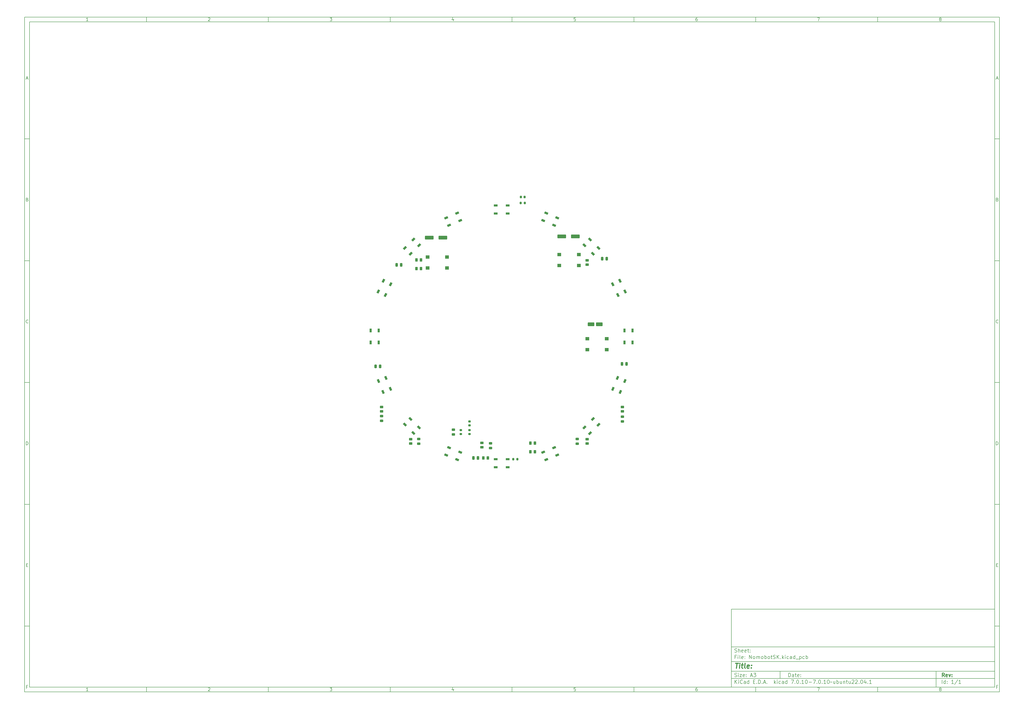
<source format=gbr>
%TF.GenerationSoftware,KiCad,Pcbnew,7.0.10-7.0.10~ubuntu22.04.1*%
%TF.CreationDate,2024-02-07T11:44:01+07:00*%
%TF.ProjectId,NomobotSK,4e6f6d6f-626f-4745-934b-2e6b69636164,rev?*%
%TF.SameCoordinates,Original*%
%TF.FileFunction,Paste,Top*%
%TF.FilePolarity,Positive*%
%FSLAX46Y46*%
G04 Gerber Fmt 4.6, Leading zero omitted, Abs format (unit mm)*
G04 Created by KiCad (PCBNEW 7.0.10-7.0.10~ubuntu22.04.1) date 2024-02-07 11:44:01*
%MOMM*%
%LPD*%
G01*
G04 APERTURE LIST*
G04 Aperture macros list*
%AMRoundRect*
0 Rectangle with rounded corners*
0 $1 Rounding radius*
0 $2 $3 $4 $5 $6 $7 $8 $9 X,Y pos of 4 corners*
0 Add a 4 corners polygon primitive as box body*
4,1,4,$2,$3,$4,$5,$6,$7,$8,$9,$2,$3,0*
0 Add four circle primitives for the rounded corners*
1,1,$1+$1,$2,$3*
1,1,$1+$1,$4,$5*
1,1,$1+$1,$6,$7*
1,1,$1+$1,$8,$9*
0 Add four rect primitives between the rounded corners*
20,1,$1+$1,$2,$3,$4,$5,0*
20,1,$1+$1,$4,$5,$6,$7,0*
20,1,$1+$1,$6,$7,$8,$9,0*
20,1,$1+$1,$8,$9,$2,$3,0*%
%AMRotRect*
0 Rectangle, with rotation*
0 The origin of the aperture is its center*
0 $1 length*
0 $2 width*
0 $3 Rotation angle, in degrees counterclockwise*
0 Add horizontal line*
21,1,$1,$2,0,0,$3*%
G04 Aperture macros list end*
%ADD10C,0.100000*%
%ADD11C,0.150000*%
%ADD12C,0.300000*%
%ADD13C,0.400000*%
%ADD14RoundRect,0.243750X0.456250X-0.243750X0.456250X0.243750X-0.456250X0.243750X-0.456250X-0.243750X0*%
%ADD15RoundRect,0.200000X-0.275000X0.200000X-0.275000X-0.200000X0.275000X-0.200000X0.275000X0.200000X0*%
%ADD16RotRect,1.500000X0.900000X202.500000*%
%ADD17RotRect,1.500000X0.900000X67.500000*%
%ADD18R,1.600000X1.400000*%
%ADD19RotRect,1.500000X0.900000X157.500000*%
%ADD20RoundRect,0.250000X-0.262500X-0.450000X0.262500X-0.450000X0.262500X0.450000X-0.262500X0.450000X0*%
%ADD21R,1.500000X0.900000*%
%ADD22RoundRect,0.250000X1.075000X0.550000X-1.075000X0.550000X-1.075000X-0.550000X1.075000X-0.550000X0*%
%ADD23RoundRect,0.243750X-0.456250X0.243750X-0.456250X-0.243750X0.456250X-0.243750X0.456250X0.243750X0*%
%ADD24RotRect,1.500000X0.900000X115.500000*%
%ADD25RoundRect,0.250000X1.500000X0.550000X-1.500000X0.550000X-1.500000X-0.550000X1.500000X-0.550000X0*%
%ADD26RoundRect,0.250000X0.262500X0.450000X-0.262500X0.450000X-0.262500X-0.450000X0.262500X-0.450000X0*%
%ADD27RoundRect,0.225000X-0.225000X-0.250000X0.225000X-0.250000X0.225000X0.250000X-0.225000X0.250000X0*%
%ADD28RoundRect,0.250000X0.250000X0.475000X-0.250000X0.475000X-0.250000X-0.475000X0.250000X-0.475000X0*%
%ADD29RotRect,1.500000X0.900000X292.500000*%
%ADD30RoundRect,0.250000X0.450000X-0.262500X0.450000X0.262500X-0.450000X0.262500X-0.450000X-0.262500X0*%
%ADD31R,0.900000X1.500000*%
%ADD32RoundRect,0.200000X0.200000X0.275000X-0.200000X0.275000X-0.200000X-0.275000X0.200000X-0.275000X0*%
%ADD33RoundRect,0.200000X-0.200000X-0.275000X0.200000X-0.275000X0.200000X0.275000X-0.200000X0.275000X0*%
%ADD34RoundRect,0.218750X0.256250X-0.218750X0.256250X0.218750X-0.256250X0.218750X-0.256250X-0.218750X0*%
%ADD35RoundRect,0.250000X-0.250000X-0.475000X0.250000X-0.475000X0.250000X0.475000X-0.250000X0.475000X0*%
%ADD36RotRect,1.500000X0.900000X225.000000*%
%ADD37RotRect,1.500000X0.900000X315.000000*%
%ADD38RotRect,1.500000X0.900000X337.500000*%
%ADD39RoundRect,0.250000X-0.450000X0.262500X-0.450000X-0.262500X0.450000X-0.262500X0.450000X0.262500X0*%
%ADD40RotRect,1.500000X0.900000X244.500000*%
%ADD41RotRect,1.500000X0.900000X135.000000*%
%ADD42RotRect,1.500000X0.900000X45.000000*%
%ADD43RotRect,1.500000X0.900000X22.500000*%
%ADD44RoundRect,0.250000X-1.500000X-0.550000X1.500000X-0.550000X1.500000X0.550000X-1.500000X0.550000X0*%
G04 APERTURE END LIST*
D10*
D11*
X299989000Y-253002200D02*
X407989000Y-253002200D01*
X407989000Y-285002200D01*
X299989000Y-285002200D01*
X299989000Y-253002200D01*
D10*
D11*
X10000000Y-10000000D02*
X409989000Y-10000000D01*
X409989000Y-287002200D01*
X10000000Y-287002200D01*
X10000000Y-10000000D01*
D10*
D11*
X12000000Y-12000000D02*
X407989000Y-12000000D01*
X407989000Y-285002200D01*
X12000000Y-285002200D01*
X12000000Y-12000000D01*
D10*
D11*
X60000000Y-12000000D02*
X60000000Y-10000000D01*
D10*
D11*
X110000000Y-12000000D02*
X110000000Y-10000000D01*
D10*
D11*
X160000000Y-12000000D02*
X160000000Y-10000000D01*
D10*
D11*
X210000000Y-12000000D02*
X210000000Y-10000000D01*
D10*
D11*
X260000000Y-12000000D02*
X260000000Y-10000000D01*
D10*
D11*
X310000000Y-12000000D02*
X310000000Y-10000000D01*
D10*
D11*
X360000000Y-12000000D02*
X360000000Y-10000000D01*
D10*
D11*
X36089160Y-11593604D02*
X35346303Y-11593604D01*
X35717731Y-11593604D02*
X35717731Y-10293604D01*
X35717731Y-10293604D02*
X35593922Y-10479319D01*
X35593922Y-10479319D02*
X35470112Y-10603128D01*
X35470112Y-10603128D02*
X35346303Y-10665033D01*
D10*
D11*
X85346303Y-10417414D02*
X85408207Y-10355509D01*
X85408207Y-10355509D02*
X85532017Y-10293604D01*
X85532017Y-10293604D02*
X85841541Y-10293604D01*
X85841541Y-10293604D02*
X85965350Y-10355509D01*
X85965350Y-10355509D02*
X86027255Y-10417414D01*
X86027255Y-10417414D02*
X86089160Y-10541223D01*
X86089160Y-10541223D02*
X86089160Y-10665033D01*
X86089160Y-10665033D02*
X86027255Y-10850747D01*
X86027255Y-10850747D02*
X85284398Y-11593604D01*
X85284398Y-11593604D02*
X86089160Y-11593604D01*
D10*
D11*
X135284398Y-10293604D02*
X136089160Y-10293604D01*
X136089160Y-10293604D02*
X135655826Y-10788842D01*
X135655826Y-10788842D02*
X135841541Y-10788842D01*
X135841541Y-10788842D02*
X135965350Y-10850747D01*
X135965350Y-10850747D02*
X136027255Y-10912652D01*
X136027255Y-10912652D02*
X136089160Y-11036461D01*
X136089160Y-11036461D02*
X136089160Y-11345985D01*
X136089160Y-11345985D02*
X136027255Y-11469795D01*
X136027255Y-11469795D02*
X135965350Y-11531700D01*
X135965350Y-11531700D02*
X135841541Y-11593604D01*
X135841541Y-11593604D02*
X135470112Y-11593604D01*
X135470112Y-11593604D02*
X135346303Y-11531700D01*
X135346303Y-11531700D02*
X135284398Y-11469795D01*
D10*
D11*
X185965350Y-10726938D02*
X185965350Y-11593604D01*
X185655826Y-10231700D02*
X185346303Y-11160271D01*
X185346303Y-11160271D02*
X186151064Y-11160271D01*
D10*
D11*
X236027255Y-10293604D02*
X235408207Y-10293604D01*
X235408207Y-10293604D02*
X235346303Y-10912652D01*
X235346303Y-10912652D02*
X235408207Y-10850747D01*
X235408207Y-10850747D02*
X235532017Y-10788842D01*
X235532017Y-10788842D02*
X235841541Y-10788842D01*
X235841541Y-10788842D02*
X235965350Y-10850747D01*
X235965350Y-10850747D02*
X236027255Y-10912652D01*
X236027255Y-10912652D02*
X236089160Y-11036461D01*
X236089160Y-11036461D02*
X236089160Y-11345985D01*
X236089160Y-11345985D02*
X236027255Y-11469795D01*
X236027255Y-11469795D02*
X235965350Y-11531700D01*
X235965350Y-11531700D02*
X235841541Y-11593604D01*
X235841541Y-11593604D02*
X235532017Y-11593604D01*
X235532017Y-11593604D02*
X235408207Y-11531700D01*
X235408207Y-11531700D02*
X235346303Y-11469795D01*
D10*
D11*
X285965350Y-10293604D02*
X285717731Y-10293604D01*
X285717731Y-10293604D02*
X285593922Y-10355509D01*
X285593922Y-10355509D02*
X285532017Y-10417414D01*
X285532017Y-10417414D02*
X285408207Y-10603128D01*
X285408207Y-10603128D02*
X285346303Y-10850747D01*
X285346303Y-10850747D02*
X285346303Y-11345985D01*
X285346303Y-11345985D02*
X285408207Y-11469795D01*
X285408207Y-11469795D02*
X285470112Y-11531700D01*
X285470112Y-11531700D02*
X285593922Y-11593604D01*
X285593922Y-11593604D02*
X285841541Y-11593604D01*
X285841541Y-11593604D02*
X285965350Y-11531700D01*
X285965350Y-11531700D02*
X286027255Y-11469795D01*
X286027255Y-11469795D02*
X286089160Y-11345985D01*
X286089160Y-11345985D02*
X286089160Y-11036461D01*
X286089160Y-11036461D02*
X286027255Y-10912652D01*
X286027255Y-10912652D02*
X285965350Y-10850747D01*
X285965350Y-10850747D02*
X285841541Y-10788842D01*
X285841541Y-10788842D02*
X285593922Y-10788842D01*
X285593922Y-10788842D02*
X285470112Y-10850747D01*
X285470112Y-10850747D02*
X285408207Y-10912652D01*
X285408207Y-10912652D02*
X285346303Y-11036461D01*
D10*
D11*
X335284398Y-10293604D02*
X336151064Y-10293604D01*
X336151064Y-10293604D02*
X335593922Y-11593604D01*
D10*
D11*
X385593922Y-10850747D02*
X385470112Y-10788842D01*
X385470112Y-10788842D02*
X385408207Y-10726938D01*
X385408207Y-10726938D02*
X385346303Y-10603128D01*
X385346303Y-10603128D02*
X385346303Y-10541223D01*
X385346303Y-10541223D02*
X385408207Y-10417414D01*
X385408207Y-10417414D02*
X385470112Y-10355509D01*
X385470112Y-10355509D02*
X385593922Y-10293604D01*
X385593922Y-10293604D02*
X385841541Y-10293604D01*
X385841541Y-10293604D02*
X385965350Y-10355509D01*
X385965350Y-10355509D02*
X386027255Y-10417414D01*
X386027255Y-10417414D02*
X386089160Y-10541223D01*
X386089160Y-10541223D02*
X386089160Y-10603128D01*
X386089160Y-10603128D02*
X386027255Y-10726938D01*
X386027255Y-10726938D02*
X385965350Y-10788842D01*
X385965350Y-10788842D02*
X385841541Y-10850747D01*
X385841541Y-10850747D02*
X385593922Y-10850747D01*
X385593922Y-10850747D02*
X385470112Y-10912652D01*
X385470112Y-10912652D02*
X385408207Y-10974557D01*
X385408207Y-10974557D02*
X385346303Y-11098366D01*
X385346303Y-11098366D02*
X385346303Y-11345985D01*
X385346303Y-11345985D02*
X385408207Y-11469795D01*
X385408207Y-11469795D02*
X385470112Y-11531700D01*
X385470112Y-11531700D02*
X385593922Y-11593604D01*
X385593922Y-11593604D02*
X385841541Y-11593604D01*
X385841541Y-11593604D02*
X385965350Y-11531700D01*
X385965350Y-11531700D02*
X386027255Y-11469795D01*
X386027255Y-11469795D02*
X386089160Y-11345985D01*
X386089160Y-11345985D02*
X386089160Y-11098366D01*
X386089160Y-11098366D02*
X386027255Y-10974557D01*
X386027255Y-10974557D02*
X385965350Y-10912652D01*
X385965350Y-10912652D02*
X385841541Y-10850747D01*
D10*
D11*
X60000000Y-285002200D02*
X60000000Y-287002200D01*
D10*
D11*
X110000000Y-285002200D02*
X110000000Y-287002200D01*
D10*
D11*
X160000000Y-285002200D02*
X160000000Y-287002200D01*
D10*
D11*
X210000000Y-285002200D02*
X210000000Y-287002200D01*
D10*
D11*
X260000000Y-285002200D02*
X260000000Y-287002200D01*
D10*
D11*
X310000000Y-285002200D02*
X310000000Y-287002200D01*
D10*
D11*
X360000000Y-285002200D02*
X360000000Y-287002200D01*
D10*
D11*
X36089160Y-286595804D02*
X35346303Y-286595804D01*
X35717731Y-286595804D02*
X35717731Y-285295804D01*
X35717731Y-285295804D02*
X35593922Y-285481519D01*
X35593922Y-285481519D02*
X35470112Y-285605328D01*
X35470112Y-285605328D02*
X35346303Y-285667233D01*
D10*
D11*
X85346303Y-285419614D02*
X85408207Y-285357709D01*
X85408207Y-285357709D02*
X85532017Y-285295804D01*
X85532017Y-285295804D02*
X85841541Y-285295804D01*
X85841541Y-285295804D02*
X85965350Y-285357709D01*
X85965350Y-285357709D02*
X86027255Y-285419614D01*
X86027255Y-285419614D02*
X86089160Y-285543423D01*
X86089160Y-285543423D02*
X86089160Y-285667233D01*
X86089160Y-285667233D02*
X86027255Y-285852947D01*
X86027255Y-285852947D02*
X85284398Y-286595804D01*
X85284398Y-286595804D02*
X86089160Y-286595804D01*
D10*
D11*
X135284398Y-285295804D02*
X136089160Y-285295804D01*
X136089160Y-285295804D02*
X135655826Y-285791042D01*
X135655826Y-285791042D02*
X135841541Y-285791042D01*
X135841541Y-285791042D02*
X135965350Y-285852947D01*
X135965350Y-285852947D02*
X136027255Y-285914852D01*
X136027255Y-285914852D02*
X136089160Y-286038661D01*
X136089160Y-286038661D02*
X136089160Y-286348185D01*
X136089160Y-286348185D02*
X136027255Y-286471995D01*
X136027255Y-286471995D02*
X135965350Y-286533900D01*
X135965350Y-286533900D02*
X135841541Y-286595804D01*
X135841541Y-286595804D02*
X135470112Y-286595804D01*
X135470112Y-286595804D02*
X135346303Y-286533900D01*
X135346303Y-286533900D02*
X135284398Y-286471995D01*
D10*
D11*
X185965350Y-285729138D02*
X185965350Y-286595804D01*
X185655826Y-285233900D02*
X185346303Y-286162471D01*
X185346303Y-286162471D02*
X186151064Y-286162471D01*
D10*
D11*
X236027255Y-285295804D02*
X235408207Y-285295804D01*
X235408207Y-285295804D02*
X235346303Y-285914852D01*
X235346303Y-285914852D02*
X235408207Y-285852947D01*
X235408207Y-285852947D02*
X235532017Y-285791042D01*
X235532017Y-285791042D02*
X235841541Y-285791042D01*
X235841541Y-285791042D02*
X235965350Y-285852947D01*
X235965350Y-285852947D02*
X236027255Y-285914852D01*
X236027255Y-285914852D02*
X236089160Y-286038661D01*
X236089160Y-286038661D02*
X236089160Y-286348185D01*
X236089160Y-286348185D02*
X236027255Y-286471995D01*
X236027255Y-286471995D02*
X235965350Y-286533900D01*
X235965350Y-286533900D02*
X235841541Y-286595804D01*
X235841541Y-286595804D02*
X235532017Y-286595804D01*
X235532017Y-286595804D02*
X235408207Y-286533900D01*
X235408207Y-286533900D02*
X235346303Y-286471995D01*
D10*
D11*
X285965350Y-285295804D02*
X285717731Y-285295804D01*
X285717731Y-285295804D02*
X285593922Y-285357709D01*
X285593922Y-285357709D02*
X285532017Y-285419614D01*
X285532017Y-285419614D02*
X285408207Y-285605328D01*
X285408207Y-285605328D02*
X285346303Y-285852947D01*
X285346303Y-285852947D02*
X285346303Y-286348185D01*
X285346303Y-286348185D02*
X285408207Y-286471995D01*
X285408207Y-286471995D02*
X285470112Y-286533900D01*
X285470112Y-286533900D02*
X285593922Y-286595804D01*
X285593922Y-286595804D02*
X285841541Y-286595804D01*
X285841541Y-286595804D02*
X285965350Y-286533900D01*
X285965350Y-286533900D02*
X286027255Y-286471995D01*
X286027255Y-286471995D02*
X286089160Y-286348185D01*
X286089160Y-286348185D02*
X286089160Y-286038661D01*
X286089160Y-286038661D02*
X286027255Y-285914852D01*
X286027255Y-285914852D02*
X285965350Y-285852947D01*
X285965350Y-285852947D02*
X285841541Y-285791042D01*
X285841541Y-285791042D02*
X285593922Y-285791042D01*
X285593922Y-285791042D02*
X285470112Y-285852947D01*
X285470112Y-285852947D02*
X285408207Y-285914852D01*
X285408207Y-285914852D02*
X285346303Y-286038661D01*
D10*
D11*
X335284398Y-285295804D02*
X336151064Y-285295804D01*
X336151064Y-285295804D02*
X335593922Y-286595804D01*
D10*
D11*
X385593922Y-285852947D02*
X385470112Y-285791042D01*
X385470112Y-285791042D02*
X385408207Y-285729138D01*
X385408207Y-285729138D02*
X385346303Y-285605328D01*
X385346303Y-285605328D02*
X385346303Y-285543423D01*
X385346303Y-285543423D02*
X385408207Y-285419614D01*
X385408207Y-285419614D02*
X385470112Y-285357709D01*
X385470112Y-285357709D02*
X385593922Y-285295804D01*
X385593922Y-285295804D02*
X385841541Y-285295804D01*
X385841541Y-285295804D02*
X385965350Y-285357709D01*
X385965350Y-285357709D02*
X386027255Y-285419614D01*
X386027255Y-285419614D02*
X386089160Y-285543423D01*
X386089160Y-285543423D02*
X386089160Y-285605328D01*
X386089160Y-285605328D02*
X386027255Y-285729138D01*
X386027255Y-285729138D02*
X385965350Y-285791042D01*
X385965350Y-285791042D02*
X385841541Y-285852947D01*
X385841541Y-285852947D02*
X385593922Y-285852947D01*
X385593922Y-285852947D02*
X385470112Y-285914852D01*
X385470112Y-285914852D02*
X385408207Y-285976757D01*
X385408207Y-285976757D02*
X385346303Y-286100566D01*
X385346303Y-286100566D02*
X385346303Y-286348185D01*
X385346303Y-286348185D02*
X385408207Y-286471995D01*
X385408207Y-286471995D02*
X385470112Y-286533900D01*
X385470112Y-286533900D02*
X385593922Y-286595804D01*
X385593922Y-286595804D02*
X385841541Y-286595804D01*
X385841541Y-286595804D02*
X385965350Y-286533900D01*
X385965350Y-286533900D02*
X386027255Y-286471995D01*
X386027255Y-286471995D02*
X386089160Y-286348185D01*
X386089160Y-286348185D02*
X386089160Y-286100566D01*
X386089160Y-286100566D02*
X386027255Y-285976757D01*
X386027255Y-285976757D02*
X385965350Y-285914852D01*
X385965350Y-285914852D02*
X385841541Y-285852947D01*
D10*
D11*
X10000000Y-60000000D02*
X12000000Y-60000000D01*
D10*
D11*
X10000000Y-110000000D02*
X12000000Y-110000000D01*
D10*
D11*
X10000000Y-160000000D02*
X12000000Y-160000000D01*
D10*
D11*
X10000000Y-210000000D02*
X12000000Y-210000000D01*
D10*
D11*
X10000000Y-260000000D02*
X12000000Y-260000000D01*
D10*
D11*
X10690476Y-35222176D02*
X11309523Y-35222176D01*
X10566666Y-35593604D02*
X10999999Y-34293604D01*
X10999999Y-34293604D02*
X11433333Y-35593604D01*
D10*
D11*
X11092857Y-84912652D02*
X11278571Y-84974557D01*
X11278571Y-84974557D02*
X11340476Y-85036461D01*
X11340476Y-85036461D02*
X11402380Y-85160271D01*
X11402380Y-85160271D02*
X11402380Y-85345985D01*
X11402380Y-85345985D02*
X11340476Y-85469795D01*
X11340476Y-85469795D02*
X11278571Y-85531700D01*
X11278571Y-85531700D02*
X11154761Y-85593604D01*
X11154761Y-85593604D02*
X10659523Y-85593604D01*
X10659523Y-85593604D02*
X10659523Y-84293604D01*
X10659523Y-84293604D02*
X11092857Y-84293604D01*
X11092857Y-84293604D02*
X11216666Y-84355509D01*
X11216666Y-84355509D02*
X11278571Y-84417414D01*
X11278571Y-84417414D02*
X11340476Y-84541223D01*
X11340476Y-84541223D02*
X11340476Y-84665033D01*
X11340476Y-84665033D02*
X11278571Y-84788842D01*
X11278571Y-84788842D02*
X11216666Y-84850747D01*
X11216666Y-84850747D02*
X11092857Y-84912652D01*
X11092857Y-84912652D02*
X10659523Y-84912652D01*
D10*
D11*
X11402380Y-135469795D02*
X11340476Y-135531700D01*
X11340476Y-135531700D02*
X11154761Y-135593604D01*
X11154761Y-135593604D02*
X11030952Y-135593604D01*
X11030952Y-135593604D02*
X10845238Y-135531700D01*
X10845238Y-135531700D02*
X10721428Y-135407890D01*
X10721428Y-135407890D02*
X10659523Y-135284080D01*
X10659523Y-135284080D02*
X10597619Y-135036461D01*
X10597619Y-135036461D02*
X10597619Y-134850747D01*
X10597619Y-134850747D02*
X10659523Y-134603128D01*
X10659523Y-134603128D02*
X10721428Y-134479319D01*
X10721428Y-134479319D02*
X10845238Y-134355509D01*
X10845238Y-134355509D02*
X11030952Y-134293604D01*
X11030952Y-134293604D02*
X11154761Y-134293604D01*
X11154761Y-134293604D02*
X11340476Y-134355509D01*
X11340476Y-134355509D02*
X11402380Y-134417414D01*
D10*
D11*
X10659523Y-185593604D02*
X10659523Y-184293604D01*
X10659523Y-184293604D02*
X10969047Y-184293604D01*
X10969047Y-184293604D02*
X11154761Y-184355509D01*
X11154761Y-184355509D02*
X11278571Y-184479319D01*
X11278571Y-184479319D02*
X11340476Y-184603128D01*
X11340476Y-184603128D02*
X11402380Y-184850747D01*
X11402380Y-184850747D02*
X11402380Y-185036461D01*
X11402380Y-185036461D02*
X11340476Y-185284080D01*
X11340476Y-185284080D02*
X11278571Y-185407890D01*
X11278571Y-185407890D02*
X11154761Y-185531700D01*
X11154761Y-185531700D02*
X10969047Y-185593604D01*
X10969047Y-185593604D02*
X10659523Y-185593604D01*
D10*
D11*
X10721428Y-234912652D02*
X11154762Y-234912652D01*
X11340476Y-235593604D02*
X10721428Y-235593604D01*
X10721428Y-235593604D02*
X10721428Y-234293604D01*
X10721428Y-234293604D02*
X11340476Y-234293604D01*
D10*
D11*
X11185714Y-284912652D02*
X10752380Y-284912652D01*
X10752380Y-285593604D02*
X10752380Y-284293604D01*
X10752380Y-284293604D02*
X11371428Y-284293604D01*
D10*
D11*
X409989000Y-60000000D02*
X407989000Y-60000000D01*
D10*
D11*
X409989000Y-110000000D02*
X407989000Y-110000000D01*
D10*
D11*
X409989000Y-160000000D02*
X407989000Y-160000000D01*
D10*
D11*
X409989000Y-210000000D02*
X407989000Y-210000000D01*
D10*
D11*
X409989000Y-260000000D02*
X407989000Y-260000000D01*
D10*
D11*
X408679476Y-35222176D02*
X409298523Y-35222176D01*
X408555666Y-35593604D02*
X408988999Y-34293604D01*
X408988999Y-34293604D02*
X409422333Y-35593604D01*
D10*
D11*
X409081857Y-84912652D02*
X409267571Y-84974557D01*
X409267571Y-84974557D02*
X409329476Y-85036461D01*
X409329476Y-85036461D02*
X409391380Y-85160271D01*
X409391380Y-85160271D02*
X409391380Y-85345985D01*
X409391380Y-85345985D02*
X409329476Y-85469795D01*
X409329476Y-85469795D02*
X409267571Y-85531700D01*
X409267571Y-85531700D02*
X409143761Y-85593604D01*
X409143761Y-85593604D02*
X408648523Y-85593604D01*
X408648523Y-85593604D02*
X408648523Y-84293604D01*
X408648523Y-84293604D02*
X409081857Y-84293604D01*
X409081857Y-84293604D02*
X409205666Y-84355509D01*
X409205666Y-84355509D02*
X409267571Y-84417414D01*
X409267571Y-84417414D02*
X409329476Y-84541223D01*
X409329476Y-84541223D02*
X409329476Y-84665033D01*
X409329476Y-84665033D02*
X409267571Y-84788842D01*
X409267571Y-84788842D02*
X409205666Y-84850747D01*
X409205666Y-84850747D02*
X409081857Y-84912652D01*
X409081857Y-84912652D02*
X408648523Y-84912652D01*
D10*
D11*
X409391380Y-135469795D02*
X409329476Y-135531700D01*
X409329476Y-135531700D02*
X409143761Y-135593604D01*
X409143761Y-135593604D02*
X409019952Y-135593604D01*
X409019952Y-135593604D02*
X408834238Y-135531700D01*
X408834238Y-135531700D02*
X408710428Y-135407890D01*
X408710428Y-135407890D02*
X408648523Y-135284080D01*
X408648523Y-135284080D02*
X408586619Y-135036461D01*
X408586619Y-135036461D02*
X408586619Y-134850747D01*
X408586619Y-134850747D02*
X408648523Y-134603128D01*
X408648523Y-134603128D02*
X408710428Y-134479319D01*
X408710428Y-134479319D02*
X408834238Y-134355509D01*
X408834238Y-134355509D02*
X409019952Y-134293604D01*
X409019952Y-134293604D02*
X409143761Y-134293604D01*
X409143761Y-134293604D02*
X409329476Y-134355509D01*
X409329476Y-134355509D02*
X409391380Y-134417414D01*
D10*
D11*
X408648523Y-185593604D02*
X408648523Y-184293604D01*
X408648523Y-184293604D02*
X408958047Y-184293604D01*
X408958047Y-184293604D02*
X409143761Y-184355509D01*
X409143761Y-184355509D02*
X409267571Y-184479319D01*
X409267571Y-184479319D02*
X409329476Y-184603128D01*
X409329476Y-184603128D02*
X409391380Y-184850747D01*
X409391380Y-184850747D02*
X409391380Y-185036461D01*
X409391380Y-185036461D02*
X409329476Y-185284080D01*
X409329476Y-185284080D02*
X409267571Y-185407890D01*
X409267571Y-185407890D02*
X409143761Y-185531700D01*
X409143761Y-185531700D02*
X408958047Y-185593604D01*
X408958047Y-185593604D02*
X408648523Y-185593604D01*
D10*
D11*
X408710428Y-234912652D02*
X409143762Y-234912652D01*
X409329476Y-235593604D02*
X408710428Y-235593604D01*
X408710428Y-235593604D02*
X408710428Y-234293604D01*
X408710428Y-234293604D02*
X409329476Y-234293604D01*
D10*
D11*
X409174714Y-284912652D02*
X408741380Y-284912652D01*
X408741380Y-285593604D02*
X408741380Y-284293604D01*
X408741380Y-284293604D02*
X409360428Y-284293604D01*
D10*
D11*
X323444826Y-280788328D02*
X323444826Y-279288328D01*
X323444826Y-279288328D02*
X323801969Y-279288328D01*
X323801969Y-279288328D02*
X324016255Y-279359757D01*
X324016255Y-279359757D02*
X324159112Y-279502614D01*
X324159112Y-279502614D02*
X324230541Y-279645471D01*
X324230541Y-279645471D02*
X324301969Y-279931185D01*
X324301969Y-279931185D02*
X324301969Y-280145471D01*
X324301969Y-280145471D02*
X324230541Y-280431185D01*
X324230541Y-280431185D02*
X324159112Y-280574042D01*
X324159112Y-280574042D02*
X324016255Y-280716900D01*
X324016255Y-280716900D02*
X323801969Y-280788328D01*
X323801969Y-280788328D02*
X323444826Y-280788328D01*
X325587684Y-280788328D02*
X325587684Y-280002614D01*
X325587684Y-280002614D02*
X325516255Y-279859757D01*
X325516255Y-279859757D02*
X325373398Y-279788328D01*
X325373398Y-279788328D02*
X325087684Y-279788328D01*
X325087684Y-279788328D02*
X324944826Y-279859757D01*
X325587684Y-280716900D02*
X325444826Y-280788328D01*
X325444826Y-280788328D02*
X325087684Y-280788328D01*
X325087684Y-280788328D02*
X324944826Y-280716900D01*
X324944826Y-280716900D02*
X324873398Y-280574042D01*
X324873398Y-280574042D02*
X324873398Y-280431185D01*
X324873398Y-280431185D02*
X324944826Y-280288328D01*
X324944826Y-280288328D02*
X325087684Y-280216900D01*
X325087684Y-280216900D02*
X325444826Y-280216900D01*
X325444826Y-280216900D02*
X325587684Y-280145471D01*
X326087684Y-279788328D02*
X326659112Y-279788328D01*
X326301969Y-279288328D02*
X326301969Y-280574042D01*
X326301969Y-280574042D02*
X326373398Y-280716900D01*
X326373398Y-280716900D02*
X326516255Y-280788328D01*
X326516255Y-280788328D02*
X326659112Y-280788328D01*
X327730541Y-280716900D02*
X327587684Y-280788328D01*
X327587684Y-280788328D02*
X327301970Y-280788328D01*
X327301970Y-280788328D02*
X327159112Y-280716900D01*
X327159112Y-280716900D02*
X327087684Y-280574042D01*
X327087684Y-280574042D02*
X327087684Y-280002614D01*
X327087684Y-280002614D02*
X327159112Y-279859757D01*
X327159112Y-279859757D02*
X327301970Y-279788328D01*
X327301970Y-279788328D02*
X327587684Y-279788328D01*
X327587684Y-279788328D02*
X327730541Y-279859757D01*
X327730541Y-279859757D02*
X327801970Y-280002614D01*
X327801970Y-280002614D02*
X327801970Y-280145471D01*
X327801970Y-280145471D02*
X327087684Y-280288328D01*
X328444826Y-280645471D02*
X328516255Y-280716900D01*
X328516255Y-280716900D02*
X328444826Y-280788328D01*
X328444826Y-280788328D02*
X328373398Y-280716900D01*
X328373398Y-280716900D02*
X328444826Y-280645471D01*
X328444826Y-280645471D02*
X328444826Y-280788328D01*
X328444826Y-279859757D02*
X328516255Y-279931185D01*
X328516255Y-279931185D02*
X328444826Y-280002614D01*
X328444826Y-280002614D02*
X328373398Y-279931185D01*
X328373398Y-279931185D02*
X328444826Y-279859757D01*
X328444826Y-279859757D02*
X328444826Y-280002614D01*
D10*
D11*
X299989000Y-281502200D02*
X407989000Y-281502200D01*
D10*
D11*
X301444826Y-283588328D02*
X301444826Y-282088328D01*
X302301969Y-283588328D02*
X301659112Y-282731185D01*
X302301969Y-282088328D02*
X301444826Y-282945471D01*
X302944826Y-283588328D02*
X302944826Y-282588328D01*
X302944826Y-282088328D02*
X302873398Y-282159757D01*
X302873398Y-282159757D02*
X302944826Y-282231185D01*
X302944826Y-282231185D02*
X303016255Y-282159757D01*
X303016255Y-282159757D02*
X302944826Y-282088328D01*
X302944826Y-282088328D02*
X302944826Y-282231185D01*
X304516255Y-283445471D02*
X304444827Y-283516900D01*
X304444827Y-283516900D02*
X304230541Y-283588328D01*
X304230541Y-283588328D02*
X304087684Y-283588328D01*
X304087684Y-283588328D02*
X303873398Y-283516900D01*
X303873398Y-283516900D02*
X303730541Y-283374042D01*
X303730541Y-283374042D02*
X303659112Y-283231185D01*
X303659112Y-283231185D02*
X303587684Y-282945471D01*
X303587684Y-282945471D02*
X303587684Y-282731185D01*
X303587684Y-282731185D02*
X303659112Y-282445471D01*
X303659112Y-282445471D02*
X303730541Y-282302614D01*
X303730541Y-282302614D02*
X303873398Y-282159757D01*
X303873398Y-282159757D02*
X304087684Y-282088328D01*
X304087684Y-282088328D02*
X304230541Y-282088328D01*
X304230541Y-282088328D02*
X304444827Y-282159757D01*
X304444827Y-282159757D02*
X304516255Y-282231185D01*
X305801970Y-283588328D02*
X305801970Y-282802614D01*
X305801970Y-282802614D02*
X305730541Y-282659757D01*
X305730541Y-282659757D02*
X305587684Y-282588328D01*
X305587684Y-282588328D02*
X305301970Y-282588328D01*
X305301970Y-282588328D02*
X305159112Y-282659757D01*
X305801970Y-283516900D02*
X305659112Y-283588328D01*
X305659112Y-283588328D02*
X305301970Y-283588328D01*
X305301970Y-283588328D02*
X305159112Y-283516900D01*
X305159112Y-283516900D02*
X305087684Y-283374042D01*
X305087684Y-283374042D02*
X305087684Y-283231185D01*
X305087684Y-283231185D02*
X305159112Y-283088328D01*
X305159112Y-283088328D02*
X305301970Y-283016900D01*
X305301970Y-283016900D02*
X305659112Y-283016900D01*
X305659112Y-283016900D02*
X305801970Y-282945471D01*
X307159113Y-283588328D02*
X307159113Y-282088328D01*
X307159113Y-283516900D02*
X307016255Y-283588328D01*
X307016255Y-283588328D02*
X306730541Y-283588328D01*
X306730541Y-283588328D02*
X306587684Y-283516900D01*
X306587684Y-283516900D02*
X306516255Y-283445471D01*
X306516255Y-283445471D02*
X306444827Y-283302614D01*
X306444827Y-283302614D02*
X306444827Y-282874042D01*
X306444827Y-282874042D02*
X306516255Y-282731185D01*
X306516255Y-282731185D02*
X306587684Y-282659757D01*
X306587684Y-282659757D02*
X306730541Y-282588328D01*
X306730541Y-282588328D02*
X307016255Y-282588328D01*
X307016255Y-282588328D02*
X307159113Y-282659757D01*
X309016255Y-282802614D02*
X309516255Y-282802614D01*
X309730541Y-283588328D02*
X309016255Y-283588328D01*
X309016255Y-283588328D02*
X309016255Y-282088328D01*
X309016255Y-282088328D02*
X309730541Y-282088328D01*
X310373398Y-283445471D02*
X310444827Y-283516900D01*
X310444827Y-283516900D02*
X310373398Y-283588328D01*
X310373398Y-283588328D02*
X310301970Y-283516900D01*
X310301970Y-283516900D02*
X310373398Y-283445471D01*
X310373398Y-283445471D02*
X310373398Y-283588328D01*
X311087684Y-283588328D02*
X311087684Y-282088328D01*
X311087684Y-282088328D02*
X311444827Y-282088328D01*
X311444827Y-282088328D02*
X311659113Y-282159757D01*
X311659113Y-282159757D02*
X311801970Y-282302614D01*
X311801970Y-282302614D02*
X311873399Y-282445471D01*
X311873399Y-282445471D02*
X311944827Y-282731185D01*
X311944827Y-282731185D02*
X311944827Y-282945471D01*
X311944827Y-282945471D02*
X311873399Y-283231185D01*
X311873399Y-283231185D02*
X311801970Y-283374042D01*
X311801970Y-283374042D02*
X311659113Y-283516900D01*
X311659113Y-283516900D02*
X311444827Y-283588328D01*
X311444827Y-283588328D02*
X311087684Y-283588328D01*
X312587684Y-283445471D02*
X312659113Y-283516900D01*
X312659113Y-283516900D02*
X312587684Y-283588328D01*
X312587684Y-283588328D02*
X312516256Y-283516900D01*
X312516256Y-283516900D02*
X312587684Y-283445471D01*
X312587684Y-283445471D02*
X312587684Y-283588328D01*
X313230542Y-283159757D02*
X313944828Y-283159757D01*
X313087685Y-283588328D02*
X313587685Y-282088328D01*
X313587685Y-282088328D02*
X314087685Y-283588328D01*
X314587684Y-283445471D02*
X314659113Y-283516900D01*
X314659113Y-283516900D02*
X314587684Y-283588328D01*
X314587684Y-283588328D02*
X314516256Y-283516900D01*
X314516256Y-283516900D02*
X314587684Y-283445471D01*
X314587684Y-283445471D02*
X314587684Y-283588328D01*
X317587684Y-283588328D02*
X317587684Y-282088328D01*
X317730542Y-283016900D02*
X318159113Y-283588328D01*
X318159113Y-282588328D02*
X317587684Y-283159757D01*
X318801970Y-283588328D02*
X318801970Y-282588328D01*
X318801970Y-282088328D02*
X318730542Y-282159757D01*
X318730542Y-282159757D02*
X318801970Y-282231185D01*
X318801970Y-282231185D02*
X318873399Y-282159757D01*
X318873399Y-282159757D02*
X318801970Y-282088328D01*
X318801970Y-282088328D02*
X318801970Y-282231185D01*
X320159114Y-283516900D02*
X320016256Y-283588328D01*
X320016256Y-283588328D02*
X319730542Y-283588328D01*
X319730542Y-283588328D02*
X319587685Y-283516900D01*
X319587685Y-283516900D02*
X319516256Y-283445471D01*
X319516256Y-283445471D02*
X319444828Y-283302614D01*
X319444828Y-283302614D02*
X319444828Y-282874042D01*
X319444828Y-282874042D02*
X319516256Y-282731185D01*
X319516256Y-282731185D02*
X319587685Y-282659757D01*
X319587685Y-282659757D02*
X319730542Y-282588328D01*
X319730542Y-282588328D02*
X320016256Y-282588328D01*
X320016256Y-282588328D02*
X320159114Y-282659757D01*
X321444828Y-283588328D02*
X321444828Y-282802614D01*
X321444828Y-282802614D02*
X321373399Y-282659757D01*
X321373399Y-282659757D02*
X321230542Y-282588328D01*
X321230542Y-282588328D02*
X320944828Y-282588328D01*
X320944828Y-282588328D02*
X320801970Y-282659757D01*
X321444828Y-283516900D02*
X321301970Y-283588328D01*
X321301970Y-283588328D02*
X320944828Y-283588328D01*
X320944828Y-283588328D02*
X320801970Y-283516900D01*
X320801970Y-283516900D02*
X320730542Y-283374042D01*
X320730542Y-283374042D02*
X320730542Y-283231185D01*
X320730542Y-283231185D02*
X320801970Y-283088328D01*
X320801970Y-283088328D02*
X320944828Y-283016900D01*
X320944828Y-283016900D02*
X321301970Y-283016900D01*
X321301970Y-283016900D02*
X321444828Y-282945471D01*
X322801971Y-283588328D02*
X322801971Y-282088328D01*
X322801971Y-283516900D02*
X322659113Y-283588328D01*
X322659113Y-283588328D02*
X322373399Y-283588328D01*
X322373399Y-283588328D02*
X322230542Y-283516900D01*
X322230542Y-283516900D02*
X322159113Y-283445471D01*
X322159113Y-283445471D02*
X322087685Y-283302614D01*
X322087685Y-283302614D02*
X322087685Y-282874042D01*
X322087685Y-282874042D02*
X322159113Y-282731185D01*
X322159113Y-282731185D02*
X322230542Y-282659757D01*
X322230542Y-282659757D02*
X322373399Y-282588328D01*
X322373399Y-282588328D02*
X322659113Y-282588328D01*
X322659113Y-282588328D02*
X322801971Y-282659757D01*
X324516256Y-282088328D02*
X325516256Y-282088328D01*
X325516256Y-282088328D02*
X324873399Y-283588328D01*
X326087684Y-283445471D02*
X326159113Y-283516900D01*
X326159113Y-283516900D02*
X326087684Y-283588328D01*
X326087684Y-283588328D02*
X326016256Y-283516900D01*
X326016256Y-283516900D02*
X326087684Y-283445471D01*
X326087684Y-283445471D02*
X326087684Y-283588328D01*
X327087685Y-282088328D02*
X327230542Y-282088328D01*
X327230542Y-282088328D02*
X327373399Y-282159757D01*
X327373399Y-282159757D02*
X327444828Y-282231185D01*
X327444828Y-282231185D02*
X327516256Y-282374042D01*
X327516256Y-282374042D02*
X327587685Y-282659757D01*
X327587685Y-282659757D02*
X327587685Y-283016900D01*
X327587685Y-283016900D02*
X327516256Y-283302614D01*
X327516256Y-283302614D02*
X327444828Y-283445471D01*
X327444828Y-283445471D02*
X327373399Y-283516900D01*
X327373399Y-283516900D02*
X327230542Y-283588328D01*
X327230542Y-283588328D02*
X327087685Y-283588328D01*
X327087685Y-283588328D02*
X326944828Y-283516900D01*
X326944828Y-283516900D02*
X326873399Y-283445471D01*
X326873399Y-283445471D02*
X326801970Y-283302614D01*
X326801970Y-283302614D02*
X326730542Y-283016900D01*
X326730542Y-283016900D02*
X326730542Y-282659757D01*
X326730542Y-282659757D02*
X326801970Y-282374042D01*
X326801970Y-282374042D02*
X326873399Y-282231185D01*
X326873399Y-282231185D02*
X326944828Y-282159757D01*
X326944828Y-282159757D02*
X327087685Y-282088328D01*
X328230541Y-283445471D02*
X328301970Y-283516900D01*
X328301970Y-283516900D02*
X328230541Y-283588328D01*
X328230541Y-283588328D02*
X328159113Y-283516900D01*
X328159113Y-283516900D02*
X328230541Y-283445471D01*
X328230541Y-283445471D02*
X328230541Y-283588328D01*
X329730542Y-283588328D02*
X328873399Y-283588328D01*
X329301970Y-283588328D02*
X329301970Y-282088328D01*
X329301970Y-282088328D02*
X329159113Y-282302614D01*
X329159113Y-282302614D02*
X329016256Y-282445471D01*
X329016256Y-282445471D02*
X328873399Y-282516900D01*
X330659113Y-282088328D02*
X330801970Y-282088328D01*
X330801970Y-282088328D02*
X330944827Y-282159757D01*
X330944827Y-282159757D02*
X331016256Y-282231185D01*
X331016256Y-282231185D02*
X331087684Y-282374042D01*
X331087684Y-282374042D02*
X331159113Y-282659757D01*
X331159113Y-282659757D02*
X331159113Y-283016900D01*
X331159113Y-283016900D02*
X331087684Y-283302614D01*
X331087684Y-283302614D02*
X331016256Y-283445471D01*
X331016256Y-283445471D02*
X330944827Y-283516900D01*
X330944827Y-283516900D02*
X330801970Y-283588328D01*
X330801970Y-283588328D02*
X330659113Y-283588328D01*
X330659113Y-283588328D02*
X330516256Y-283516900D01*
X330516256Y-283516900D02*
X330444827Y-283445471D01*
X330444827Y-283445471D02*
X330373398Y-283302614D01*
X330373398Y-283302614D02*
X330301970Y-283016900D01*
X330301970Y-283016900D02*
X330301970Y-282659757D01*
X330301970Y-282659757D02*
X330373398Y-282374042D01*
X330373398Y-282374042D02*
X330444827Y-282231185D01*
X330444827Y-282231185D02*
X330516256Y-282159757D01*
X330516256Y-282159757D02*
X330659113Y-282088328D01*
X331801969Y-283016900D02*
X332944827Y-283016900D01*
X333516255Y-282088328D02*
X334516255Y-282088328D01*
X334516255Y-282088328D02*
X333873398Y-283588328D01*
X335087683Y-283445471D02*
X335159112Y-283516900D01*
X335159112Y-283516900D02*
X335087683Y-283588328D01*
X335087683Y-283588328D02*
X335016255Y-283516900D01*
X335016255Y-283516900D02*
X335087683Y-283445471D01*
X335087683Y-283445471D02*
X335087683Y-283588328D01*
X336087684Y-282088328D02*
X336230541Y-282088328D01*
X336230541Y-282088328D02*
X336373398Y-282159757D01*
X336373398Y-282159757D02*
X336444827Y-282231185D01*
X336444827Y-282231185D02*
X336516255Y-282374042D01*
X336516255Y-282374042D02*
X336587684Y-282659757D01*
X336587684Y-282659757D02*
X336587684Y-283016900D01*
X336587684Y-283016900D02*
X336516255Y-283302614D01*
X336516255Y-283302614D02*
X336444827Y-283445471D01*
X336444827Y-283445471D02*
X336373398Y-283516900D01*
X336373398Y-283516900D02*
X336230541Y-283588328D01*
X336230541Y-283588328D02*
X336087684Y-283588328D01*
X336087684Y-283588328D02*
X335944827Y-283516900D01*
X335944827Y-283516900D02*
X335873398Y-283445471D01*
X335873398Y-283445471D02*
X335801969Y-283302614D01*
X335801969Y-283302614D02*
X335730541Y-283016900D01*
X335730541Y-283016900D02*
X335730541Y-282659757D01*
X335730541Y-282659757D02*
X335801969Y-282374042D01*
X335801969Y-282374042D02*
X335873398Y-282231185D01*
X335873398Y-282231185D02*
X335944827Y-282159757D01*
X335944827Y-282159757D02*
X336087684Y-282088328D01*
X337230540Y-283445471D02*
X337301969Y-283516900D01*
X337301969Y-283516900D02*
X337230540Y-283588328D01*
X337230540Y-283588328D02*
X337159112Y-283516900D01*
X337159112Y-283516900D02*
X337230540Y-283445471D01*
X337230540Y-283445471D02*
X337230540Y-283588328D01*
X338730541Y-283588328D02*
X337873398Y-283588328D01*
X338301969Y-283588328D02*
X338301969Y-282088328D01*
X338301969Y-282088328D02*
X338159112Y-282302614D01*
X338159112Y-282302614D02*
X338016255Y-282445471D01*
X338016255Y-282445471D02*
X337873398Y-282516900D01*
X339659112Y-282088328D02*
X339801969Y-282088328D01*
X339801969Y-282088328D02*
X339944826Y-282159757D01*
X339944826Y-282159757D02*
X340016255Y-282231185D01*
X340016255Y-282231185D02*
X340087683Y-282374042D01*
X340087683Y-282374042D02*
X340159112Y-282659757D01*
X340159112Y-282659757D02*
X340159112Y-283016900D01*
X340159112Y-283016900D02*
X340087683Y-283302614D01*
X340087683Y-283302614D02*
X340016255Y-283445471D01*
X340016255Y-283445471D02*
X339944826Y-283516900D01*
X339944826Y-283516900D02*
X339801969Y-283588328D01*
X339801969Y-283588328D02*
X339659112Y-283588328D01*
X339659112Y-283588328D02*
X339516255Y-283516900D01*
X339516255Y-283516900D02*
X339444826Y-283445471D01*
X339444826Y-283445471D02*
X339373397Y-283302614D01*
X339373397Y-283302614D02*
X339301969Y-283016900D01*
X339301969Y-283016900D02*
X339301969Y-282659757D01*
X339301969Y-282659757D02*
X339373397Y-282374042D01*
X339373397Y-282374042D02*
X339444826Y-282231185D01*
X339444826Y-282231185D02*
X339516255Y-282159757D01*
X339516255Y-282159757D02*
X339659112Y-282088328D01*
X340587683Y-283016900D02*
X340659111Y-282945471D01*
X340659111Y-282945471D02*
X340801968Y-282874042D01*
X340801968Y-282874042D02*
X341087683Y-283016900D01*
X341087683Y-283016900D02*
X341230540Y-282945471D01*
X341230540Y-282945471D02*
X341301968Y-282874042D01*
X342516255Y-282588328D02*
X342516255Y-283588328D01*
X341873397Y-282588328D02*
X341873397Y-283374042D01*
X341873397Y-283374042D02*
X341944826Y-283516900D01*
X341944826Y-283516900D02*
X342087683Y-283588328D01*
X342087683Y-283588328D02*
X342301969Y-283588328D01*
X342301969Y-283588328D02*
X342444826Y-283516900D01*
X342444826Y-283516900D02*
X342516255Y-283445471D01*
X343230540Y-283588328D02*
X343230540Y-282088328D01*
X343230540Y-282659757D02*
X343373398Y-282588328D01*
X343373398Y-282588328D02*
X343659112Y-282588328D01*
X343659112Y-282588328D02*
X343801969Y-282659757D01*
X343801969Y-282659757D02*
X343873398Y-282731185D01*
X343873398Y-282731185D02*
X343944826Y-282874042D01*
X343944826Y-282874042D02*
X343944826Y-283302614D01*
X343944826Y-283302614D02*
X343873398Y-283445471D01*
X343873398Y-283445471D02*
X343801969Y-283516900D01*
X343801969Y-283516900D02*
X343659112Y-283588328D01*
X343659112Y-283588328D02*
X343373398Y-283588328D01*
X343373398Y-283588328D02*
X343230540Y-283516900D01*
X345230541Y-282588328D02*
X345230541Y-283588328D01*
X344587683Y-282588328D02*
X344587683Y-283374042D01*
X344587683Y-283374042D02*
X344659112Y-283516900D01*
X344659112Y-283516900D02*
X344801969Y-283588328D01*
X344801969Y-283588328D02*
X345016255Y-283588328D01*
X345016255Y-283588328D02*
X345159112Y-283516900D01*
X345159112Y-283516900D02*
X345230541Y-283445471D01*
X345944826Y-282588328D02*
X345944826Y-283588328D01*
X345944826Y-282731185D02*
X346016255Y-282659757D01*
X346016255Y-282659757D02*
X346159112Y-282588328D01*
X346159112Y-282588328D02*
X346373398Y-282588328D01*
X346373398Y-282588328D02*
X346516255Y-282659757D01*
X346516255Y-282659757D02*
X346587684Y-282802614D01*
X346587684Y-282802614D02*
X346587684Y-283588328D01*
X347087684Y-282588328D02*
X347659112Y-282588328D01*
X347301969Y-282088328D02*
X347301969Y-283374042D01*
X347301969Y-283374042D02*
X347373398Y-283516900D01*
X347373398Y-283516900D02*
X347516255Y-283588328D01*
X347516255Y-283588328D02*
X347659112Y-283588328D01*
X348801970Y-282588328D02*
X348801970Y-283588328D01*
X348159112Y-282588328D02*
X348159112Y-283374042D01*
X348159112Y-283374042D02*
X348230541Y-283516900D01*
X348230541Y-283516900D02*
X348373398Y-283588328D01*
X348373398Y-283588328D02*
X348587684Y-283588328D01*
X348587684Y-283588328D02*
X348730541Y-283516900D01*
X348730541Y-283516900D02*
X348801970Y-283445471D01*
X349444827Y-282231185D02*
X349516255Y-282159757D01*
X349516255Y-282159757D02*
X349659113Y-282088328D01*
X349659113Y-282088328D02*
X350016255Y-282088328D01*
X350016255Y-282088328D02*
X350159113Y-282159757D01*
X350159113Y-282159757D02*
X350230541Y-282231185D01*
X350230541Y-282231185D02*
X350301970Y-282374042D01*
X350301970Y-282374042D02*
X350301970Y-282516900D01*
X350301970Y-282516900D02*
X350230541Y-282731185D01*
X350230541Y-282731185D02*
X349373398Y-283588328D01*
X349373398Y-283588328D02*
X350301970Y-283588328D01*
X350873398Y-282231185D02*
X350944826Y-282159757D01*
X350944826Y-282159757D02*
X351087684Y-282088328D01*
X351087684Y-282088328D02*
X351444826Y-282088328D01*
X351444826Y-282088328D02*
X351587684Y-282159757D01*
X351587684Y-282159757D02*
X351659112Y-282231185D01*
X351659112Y-282231185D02*
X351730541Y-282374042D01*
X351730541Y-282374042D02*
X351730541Y-282516900D01*
X351730541Y-282516900D02*
X351659112Y-282731185D01*
X351659112Y-282731185D02*
X350801969Y-283588328D01*
X350801969Y-283588328D02*
X351730541Y-283588328D01*
X352373397Y-283445471D02*
X352444826Y-283516900D01*
X352444826Y-283516900D02*
X352373397Y-283588328D01*
X352373397Y-283588328D02*
X352301969Y-283516900D01*
X352301969Y-283516900D02*
X352373397Y-283445471D01*
X352373397Y-283445471D02*
X352373397Y-283588328D01*
X353373398Y-282088328D02*
X353516255Y-282088328D01*
X353516255Y-282088328D02*
X353659112Y-282159757D01*
X353659112Y-282159757D02*
X353730541Y-282231185D01*
X353730541Y-282231185D02*
X353801969Y-282374042D01*
X353801969Y-282374042D02*
X353873398Y-282659757D01*
X353873398Y-282659757D02*
X353873398Y-283016900D01*
X353873398Y-283016900D02*
X353801969Y-283302614D01*
X353801969Y-283302614D02*
X353730541Y-283445471D01*
X353730541Y-283445471D02*
X353659112Y-283516900D01*
X353659112Y-283516900D02*
X353516255Y-283588328D01*
X353516255Y-283588328D02*
X353373398Y-283588328D01*
X353373398Y-283588328D02*
X353230541Y-283516900D01*
X353230541Y-283516900D02*
X353159112Y-283445471D01*
X353159112Y-283445471D02*
X353087683Y-283302614D01*
X353087683Y-283302614D02*
X353016255Y-283016900D01*
X353016255Y-283016900D02*
X353016255Y-282659757D01*
X353016255Y-282659757D02*
X353087683Y-282374042D01*
X353087683Y-282374042D02*
X353159112Y-282231185D01*
X353159112Y-282231185D02*
X353230541Y-282159757D01*
X353230541Y-282159757D02*
X353373398Y-282088328D01*
X355159112Y-282588328D02*
X355159112Y-283588328D01*
X354801969Y-282016900D02*
X354444826Y-283088328D01*
X354444826Y-283088328D02*
X355373397Y-283088328D01*
X355944825Y-283445471D02*
X356016254Y-283516900D01*
X356016254Y-283516900D02*
X355944825Y-283588328D01*
X355944825Y-283588328D02*
X355873397Y-283516900D01*
X355873397Y-283516900D02*
X355944825Y-283445471D01*
X355944825Y-283445471D02*
X355944825Y-283588328D01*
X357444826Y-283588328D02*
X356587683Y-283588328D01*
X357016254Y-283588328D02*
X357016254Y-282088328D01*
X357016254Y-282088328D02*
X356873397Y-282302614D01*
X356873397Y-282302614D02*
X356730540Y-282445471D01*
X356730540Y-282445471D02*
X356587683Y-282516900D01*
D10*
D11*
X299989000Y-278502200D02*
X407989000Y-278502200D01*
D10*
D12*
X387400653Y-280780528D02*
X386900653Y-280066242D01*
X386543510Y-280780528D02*
X386543510Y-279280528D01*
X386543510Y-279280528D02*
X387114939Y-279280528D01*
X387114939Y-279280528D02*
X387257796Y-279351957D01*
X387257796Y-279351957D02*
X387329225Y-279423385D01*
X387329225Y-279423385D02*
X387400653Y-279566242D01*
X387400653Y-279566242D02*
X387400653Y-279780528D01*
X387400653Y-279780528D02*
X387329225Y-279923385D01*
X387329225Y-279923385D02*
X387257796Y-279994814D01*
X387257796Y-279994814D02*
X387114939Y-280066242D01*
X387114939Y-280066242D02*
X386543510Y-280066242D01*
X388614939Y-280709100D02*
X388472082Y-280780528D01*
X388472082Y-280780528D02*
X388186368Y-280780528D01*
X388186368Y-280780528D02*
X388043510Y-280709100D01*
X388043510Y-280709100D02*
X387972082Y-280566242D01*
X387972082Y-280566242D02*
X387972082Y-279994814D01*
X387972082Y-279994814D02*
X388043510Y-279851957D01*
X388043510Y-279851957D02*
X388186368Y-279780528D01*
X388186368Y-279780528D02*
X388472082Y-279780528D01*
X388472082Y-279780528D02*
X388614939Y-279851957D01*
X388614939Y-279851957D02*
X388686368Y-279994814D01*
X388686368Y-279994814D02*
X388686368Y-280137671D01*
X388686368Y-280137671D02*
X387972082Y-280280528D01*
X389186367Y-279780528D02*
X389543510Y-280780528D01*
X389543510Y-280780528D02*
X389900653Y-279780528D01*
X390472081Y-280637671D02*
X390543510Y-280709100D01*
X390543510Y-280709100D02*
X390472081Y-280780528D01*
X390472081Y-280780528D02*
X390400653Y-280709100D01*
X390400653Y-280709100D02*
X390472081Y-280637671D01*
X390472081Y-280637671D02*
X390472081Y-280780528D01*
X390472081Y-279851957D02*
X390543510Y-279923385D01*
X390543510Y-279923385D02*
X390472081Y-279994814D01*
X390472081Y-279994814D02*
X390400653Y-279923385D01*
X390400653Y-279923385D02*
X390472081Y-279851957D01*
X390472081Y-279851957D02*
X390472081Y-279994814D01*
D10*
D11*
X301373398Y-280716900D02*
X301587684Y-280788328D01*
X301587684Y-280788328D02*
X301944826Y-280788328D01*
X301944826Y-280788328D02*
X302087684Y-280716900D01*
X302087684Y-280716900D02*
X302159112Y-280645471D01*
X302159112Y-280645471D02*
X302230541Y-280502614D01*
X302230541Y-280502614D02*
X302230541Y-280359757D01*
X302230541Y-280359757D02*
X302159112Y-280216900D01*
X302159112Y-280216900D02*
X302087684Y-280145471D01*
X302087684Y-280145471D02*
X301944826Y-280074042D01*
X301944826Y-280074042D02*
X301659112Y-280002614D01*
X301659112Y-280002614D02*
X301516255Y-279931185D01*
X301516255Y-279931185D02*
X301444826Y-279859757D01*
X301444826Y-279859757D02*
X301373398Y-279716900D01*
X301373398Y-279716900D02*
X301373398Y-279574042D01*
X301373398Y-279574042D02*
X301444826Y-279431185D01*
X301444826Y-279431185D02*
X301516255Y-279359757D01*
X301516255Y-279359757D02*
X301659112Y-279288328D01*
X301659112Y-279288328D02*
X302016255Y-279288328D01*
X302016255Y-279288328D02*
X302230541Y-279359757D01*
X302873397Y-280788328D02*
X302873397Y-279788328D01*
X302873397Y-279288328D02*
X302801969Y-279359757D01*
X302801969Y-279359757D02*
X302873397Y-279431185D01*
X302873397Y-279431185D02*
X302944826Y-279359757D01*
X302944826Y-279359757D02*
X302873397Y-279288328D01*
X302873397Y-279288328D02*
X302873397Y-279431185D01*
X303444826Y-279788328D02*
X304230541Y-279788328D01*
X304230541Y-279788328D02*
X303444826Y-280788328D01*
X303444826Y-280788328D02*
X304230541Y-280788328D01*
X305373398Y-280716900D02*
X305230541Y-280788328D01*
X305230541Y-280788328D02*
X304944827Y-280788328D01*
X304944827Y-280788328D02*
X304801969Y-280716900D01*
X304801969Y-280716900D02*
X304730541Y-280574042D01*
X304730541Y-280574042D02*
X304730541Y-280002614D01*
X304730541Y-280002614D02*
X304801969Y-279859757D01*
X304801969Y-279859757D02*
X304944827Y-279788328D01*
X304944827Y-279788328D02*
X305230541Y-279788328D01*
X305230541Y-279788328D02*
X305373398Y-279859757D01*
X305373398Y-279859757D02*
X305444827Y-280002614D01*
X305444827Y-280002614D02*
X305444827Y-280145471D01*
X305444827Y-280145471D02*
X304730541Y-280288328D01*
X306087683Y-280645471D02*
X306159112Y-280716900D01*
X306159112Y-280716900D02*
X306087683Y-280788328D01*
X306087683Y-280788328D02*
X306016255Y-280716900D01*
X306016255Y-280716900D02*
X306087683Y-280645471D01*
X306087683Y-280645471D02*
X306087683Y-280788328D01*
X306087683Y-279859757D02*
X306159112Y-279931185D01*
X306159112Y-279931185D02*
X306087683Y-280002614D01*
X306087683Y-280002614D02*
X306016255Y-279931185D01*
X306016255Y-279931185D02*
X306087683Y-279859757D01*
X306087683Y-279859757D02*
X306087683Y-280002614D01*
X307873398Y-280359757D02*
X308587684Y-280359757D01*
X307730541Y-280788328D02*
X308230541Y-279288328D01*
X308230541Y-279288328D02*
X308730541Y-280788328D01*
X309087683Y-279288328D02*
X310016255Y-279288328D01*
X310016255Y-279288328D02*
X309516255Y-279859757D01*
X309516255Y-279859757D02*
X309730540Y-279859757D01*
X309730540Y-279859757D02*
X309873398Y-279931185D01*
X309873398Y-279931185D02*
X309944826Y-280002614D01*
X309944826Y-280002614D02*
X310016255Y-280145471D01*
X310016255Y-280145471D02*
X310016255Y-280502614D01*
X310016255Y-280502614D02*
X309944826Y-280645471D01*
X309944826Y-280645471D02*
X309873398Y-280716900D01*
X309873398Y-280716900D02*
X309730540Y-280788328D01*
X309730540Y-280788328D02*
X309301969Y-280788328D01*
X309301969Y-280788328D02*
X309159112Y-280716900D01*
X309159112Y-280716900D02*
X309087683Y-280645471D01*
D10*
D11*
X386444826Y-283588328D02*
X386444826Y-282088328D01*
X387801970Y-283588328D02*
X387801970Y-282088328D01*
X387801970Y-283516900D02*
X387659112Y-283588328D01*
X387659112Y-283588328D02*
X387373398Y-283588328D01*
X387373398Y-283588328D02*
X387230541Y-283516900D01*
X387230541Y-283516900D02*
X387159112Y-283445471D01*
X387159112Y-283445471D02*
X387087684Y-283302614D01*
X387087684Y-283302614D02*
X387087684Y-282874042D01*
X387087684Y-282874042D02*
X387159112Y-282731185D01*
X387159112Y-282731185D02*
X387230541Y-282659757D01*
X387230541Y-282659757D02*
X387373398Y-282588328D01*
X387373398Y-282588328D02*
X387659112Y-282588328D01*
X387659112Y-282588328D02*
X387801970Y-282659757D01*
X388516255Y-283445471D02*
X388587684Y-283516900D01*
X388587684Y-283516900D02*
X388516255Y-283588328D01*
X388516255Y-283588328D02*
X388444827Y-283516900D01*
X388444827Y-283516900D02*
X388516255Y-283445471D01*
X388516255Y-283445471D02*
X388516255Y-283588328D01*
X388516255Y-282659757D02*
X388587684Y-282731185D01*
X388587684Y-282731185D02*
X388516255Y-282802614D01*
X388516255Y-282802614D02*
X388444827Y-282731185D01*
X388444827Y-282731185D02*
X388516255Y-282659757D01*
X388516255Y-282659757D02*
X388516255Y-282802614D01*
X391159113Y-283588328D02*
X390301970Y-283588328D01*
X390730541Y-283588328D02*
X390730541Y-282088328D01*
X390730541Y-282088328D02*
X390587684Y-282302614D01*
X390587684Y-282302614D02*
X390444827Y-282445471D01*
X390444827Y-282445471D02*
X390301970Y-282516900D01*
X392873398Y-282016900D02*
X391587684Y-283945471D01*
X394159113Y-283588328D02*
X393301970Y-283588328D01*
X393730541Y-283588328D02*
X393730541Y-282088328D01*
X393730541Y-282088328D02*
X393587684Y-282302614D01*
X393587684Y-282302614D02*
X393444827Y-282445471D01*
X393444827Y-282445471D02*
X393301970Y-282516900D01*
D10*
D11*
X299989000Y-274502200D02*
X407989000Y-274502200D01*
D10*
D13*
X301680728Y-275206638D02*
X302823585Y-275206638D01*
X302002157Y-277206638D02*
X302252157Y-275206638D01*
X303240252Y-277206638D02*
X303406919Y-275873304D01*
X303490252Y-275206638D02*
X303383109Y-275301876D01*
X303383109Y-275301876D02*
X303466443Y-275397114D01*
X303466443Y-275397114D02*
X303573586Y-275301876D01*
X303573586Y-275301876D02*
X303490252Y-275206638D01*
X303490252Y-275206638D02*
X303466443Y-275397114D01*
X304073586Y-275873304D02*
X304835490Y-275873304D01*
X304442633Y-275206638D02*
X304228348Y-276920923D01*
X304228348Y-276920923D02*
X304299776Y-277111400D01*
X304299776Y-277111400D02*
X304478348Y-277206638D01*
X304478348Y-277206638D02*
X304668824Y-277206638D01*
X305621205Y-277206638D02*
X305442633Y-277111400D01*
X305442633Y-277111400D02*
X305371205Y-276920923D01*
X305371205Y-276920923D02*
X305585490Y-275206638D01*
X307156919Y-277111400D02*
X306954538Y-277206638D01*
X306954538Y-277206638D02*
X306573585Y-277206638D01*
X306573585Y-277206638D02*
X306395014Y-277111400D01*
X306395014Y-277111400D02*
X306323585Y-276920923D01*
X306323585Y-276920923D02*
X306418824Y-276159019D01*
X306418824Y-276159019D02*
X306537871Y-275968542D01*
X306537871Y-275968542D02*
X306740252Y-275873304D01*
X306740252Y-275873304D02*
X307121204Y-275873304D01*
X307121204Y-275873304D02*
X307299776Y-275968542D01*
X307299776Y-275968542D02*
X307371204Y-276159019D01*
X307371204Y-276159019D02*
X307347395Y-276349495D01*
X307347395Y-276349495D02*
X306371204Y-276539971D01*
X308121205Y-277016161D02*
X308204538Y-277111400D01*
X308204538Y-277111400D02*
X308097395Y-277206638D01*
X308097395Y-277206638D02*
X308014062Y-277111400D01*
X308014062Y-277111400D02*
X308121205Y-277016161D01*
X308121205Y-277016161D02*
X308097395Y-277206638D01*
X308252157Y-275968542D02*
X308335490Y-276063780D01*
X308335490Y-276063780D02*
X308228348Y-276159019D01*
X308228348Y-276159019D02*
X308145014Y-276063780D01*
X308145014Y-276063780D02*
X308252157Y-275968542D01*
X308252157Y-275968542D02*
X308228348Y-276159019D01*
D10*
D11*
X301944826Y-272602614D02*
X301444826Y-272602614D01*
X301444826Y-273388328D02*
X301444826Y-271888328D01*
X301444826Y-271888328D02*
X302159112Y-271888328D01*
X302730540Y-273388328D02*
X302730540Y-272388328D01*
X302730540Y-271888328D02*
X302659112Y-271959757D01*
X302659112Y-271959757D02*
X302730540Y-272031185D01*
X302730540Y-272031185D02*
X302801969Y-271959757D01*
X302801969Y-271959757D02*
X302730540Y-271888328D01*
X302730540Y-271888328D02*
X302730540Y-272031185D01*
X303659112Y-273388328D02*
X303516255Y-273316900D01*
X303516255Y-273316900D02*
X303444826Y-273174042D01*
X303444826Y-273174042D02*
X303444826Y-271888328D01*
X304801969Y-273316900D02*
X304659112Y-273388328D01*
X304659112Y-273388328D02*
X304373398Y-273388328D01*
X304373398Y-273388328D02*
X304230540Y-273316900D01*
X304230540Y-273316900D02*
X304159112Y-273174042D01*
X304159112Y-273174042D02*
X304159112Y-272602614D01*
X304159112Y-272602614D02*
X304230540Y-272459757D01*
X304230540Y-272459757D02*
X304373398Y-272388328D01*
X304373398Y-272388328D02*
X304659112Y-272388328D01*
X304659112Y-272388328D02*
X304801969Y-272459757D01*
X304801969Y-272459757D02*
X304873398Y-272602614D01*
X304873398Y-272602614D02*
X304873398Y-272745471D01*
X304873398Y-272745471D02*
X304159112Y-272888328D01*
X305516254Y-273245471D02*
X305587683Y-273316900D01*
X305587683Y-273316900D02*
X305516254Y-273388328D01*
X305516254Y-273388328D02*
X305444826Y-273316900D01*
X305444826Y-273316900D02*
X305516254Y-273245471D01*
X305516254Y-273245471D02*
X305516254Y-273388328D01*
X305516254Y-272459757D02*
X305587683Y-272531185D01*
X305587683Y-272531185D02*
X305516254Y-272602614D01*
X305516254Y-272602614D02*
X305444826Y-272531185D01*
X305444826Y-272531185D02*
X305516254Y-272459757D01*
X305516254Y-272459757D02*
X305516254Y-272602614D01*
X307373397Y-273388328D02*
X307373397Y-271888328D01*
X307373397Y-271888328D02*
X308230540Y-273388328D01*
X308230540Y-273388328D02*
X308230540Y-271888328D01*
X309159112Y-273388328D02*
X309016255Y-273316900D01*
X309016255Y-273316900D02*
X308944826Y-273245471D01*
X308944826Y-273245471D02*
X308873398Y-273102614D01*
X308873398Y-273102614D02*
X308873398Y-272674042D01*
X308873398Y-272674042D02*
X308944826Y-272531185D01*
X308944826Y-272531185D02*
X309016255Y-272459757D01*
X309016255Y-272459757D02*
X309159112Y-272388328D01*
X309159112Y-272388328D02*
X309373398Y-272388328D01*
X309373398Y-272388328D02*
X309516255Y-272459757D01*
X309516255Y-272459757D02*
X309587684Y-272531185D01*
X309587684Y-272531185D02*
X309659112Y-272674042D01*
X309659112Y-272674042D02*
X309659112Y-273102614D01*
X309659112Y-273102614D02*
X309587684Y-273245471D01*
X309587684Y-273245471D02*
X309516255Y-273316900D01*
X309516255Y-273316900D02*
X309373398Y-273388328D01*
X309373398Y-273388328D02*
X309159112Y-273388328D01*
X310301969Y-273388328D02*
X310301969Y-272388328D01*
X310301969Y-272531185D02*
X310373398Y-272459757D01*
X310373398Y-272459757D02*
X310516255Y-272388328D01*
X310516255Y-272388328D02*
X310730541Y-272388328D01*
X310730541Y-272388328D02*
X310873398Y-272459757D01*
X310873398Y-272459757D02*
X310944827Y-272602614D01*
X310944827Y-272602614D02*
X310944827Y-273388328D01*
X310944827Y-272602614D02*
X311016255Y-272459757D01*
X311016255Y-272459757D02*
X311159112Y-272388328D01*
X311159112Y-272388328D02*
X311373398Y-272388328D01*
X311373398Y-272388328D02*
X311516255Y-272459757D01*
X311516255Y-272459757D02*
X311587684Y-272602614D01*
X311587684Y-272602614D02*
X311587684Y-273388328D01*
X312516255Y-273388328D02*
X312373398Y-273316900D01*
X312373398Y-273316900D02*
X312301969Y-273245471D01*
X312301969Y-273245471D02*
X312230541Y-273102614D01*
X312230541Y-273102614D02*
X312230541Y-272674042D01*
X312230541Y-272674042D02*
X312301969Y-272531185D01*
X312301969Y-272531185D02*
X312373398Y-272459757D01*
X312373398Y-272459757D02*
X312516255Y-272388328D01*
X312516255Y-272388328D02*
X312730541Y-272388328D01*
X312730541Y-272388328D02*
X312873398Y-272459757D01*
X312873398Y-272459757D02*
X312944827Y-272531185D01*
X312944827Y-272531185D02*
X313016255Y-272674042D01*
X313016255Y-272674042D02*
X313016255Y-273102614D01*
X313016255Y-273102614D02*
X312944827Y-273245471D01*
X312944827Y-273245471D02*
X312873398Y-273316900D01*
X312873398Y-273316900D02*
X312730541Y-273388328D01*
X312730541Y-273388328D02*
X312516255Y-273388328D01*
X313659112Y-273388328D02*
X313659112Y-271888328D01*
X313659112Y-272459757D02*
X313801970Y-272388328D01*
X313801970Y-272388328D02*
X314087684Y-272388328D01*
X314087684Y-272388328D02*
X314230541Y-272459757D01*
X314230541Y-272459757D02*
X314301970Y-272531185D01*
X314301970Y-272531185D02*
X314373398Y-272674042D01*
X314373398Y-272674042D02*
X314373398Y-273102614D01*
X314373398Y-273102614D02*
X314301970Y-273245471D01*
X314301970Y-273245471D02*
X314230541Y-273316900D01*
X314230541Y-273316900D02*
X314087684Y-273388328D01*
X314087684Y-273388328D02*
X313801970Y-273388328D01*
X313801970Y-273388328D02*
X313659112Y-273316900D01*
X315230541Y-273388328D02*
X315087684Y-273316900D01*
X315087684Y-273316900D02*
X315016255Y-273245471D01*
X315016255Y-273245471D02*
X314944827Y-273102614D01*
X314944827Y-273102614D02*
X314944827Y-272674042D01*
X314944827Y-272674042D02*
X315016255Y-272531185D01*
X315016255Y-272531185D02*
X315087684Y-272459757D01*
X315087684Y-272459757D02*
X315230541Y-272388328D01*
X315230541Y-272388328D02*
X315444827Y-272388328D01*
X315444827Y-272388328D02*
X315587684Y-272459757D01*
X315587684Y-272459757D02*
X315659113Y-272531185D01*
X315659113Y-272531185D02*
X315730541Y-272674042D01*
X315730541Y-272674042D02*
X315730541Y-273102614D01*
X315730541Y-273102614D02*
X315659113Y-273245471D01*
X315659113Y-273245471D02*
X315587684Y-273316900D01*
X315587684Y-273316900D02*
X315444827Y-273388328D01*
X315444827Y-273388328D02*
X315230541Y-273388328D01*
X316159113Y-272388328D02*
X316730541Y-272388328D01*
X316373398Y-271888328D02*
X316373398Y-273174042D01*
X316373398Y-273174042D02*
X316444827Y-273316900D01*
X316444827Y-273316900D02*
X316587684Y-273388328D01*
X316587684Y-273388328D02*
X316730541Y-273388328D01*
X317159113Y-273316900D02*
X317373399Y-273388328D01*
X317373399Y-273388328D02*
X317730541Y-273388328D01*
X317730541Y-273388328D02*
X317873399Y-273316900D01*
X317873399Y-273316900D02*
X317944827Y-273245471D01*
X317944827Y-273245471D02*
X318016256Y-273102614D01*
X318016256Y-273102614D02*
X318016256Y-272959757D01*
X318016256Y-272959757D02*
X317944827Y-272816900D01*
X317944827Y-272816900D02*
X317873399Y-272745471D01*
X317873399Y-272745471D02*
X317730541Y-272674042D01*
X317730541Y-272674042D02*
X317444827Y-272602614D01*
X317444827Y-272602614D02*
X317301970Y-272531185D01*
X317301970Y-272531185D02*
X317230541Y-272459757D01*
X317230541Y-272459757D02*
X317159113Y-272316900D01*
X317159113Y-272316900D02*
X317159113Y-272174042D01*
X317159113Y-272174042D02*
X317230541Y-272031185D01*
X317230541Y-272031185D02*
X317301970Y-271959757D01*
X317301970Y-271959757D02*
X317444827Y-271888328D01*
X317444827Y-271888328D02*
X317801970Y-271888328D01*
X317801970Y-271888328D02*
X318016256Y-271959757D01*
X318659112Y-273388328D02*
X318659112Y-271888328D01*
X319516255Y-273388328D02*
X318873398Y-272531185D01*
X319516255Y-271888328D02*
X318659112Y-272745471D01*
X320159112Y-273245471D02*
X320230541Y-273316900D01*
X320230541Y-273316900D02*
X320159112Y-273388328D01*
X320159112Y-273388328D02*
X320087684Y-273316900D01*
X320087684Y-273316900D02*
X320159112Y-273245471D01*
X320159112Y-273245471D02*
X320159112Y-273388328D01*
X320873398Y-273388328D02*
X320873398Y-271888328D01*
X321016256Y-272816900D02*
X321444827Y-273388328D01*
X321444827Y-272388328D02*
X320873398Y-272959757D01*
X322087684Y-273388328D02*
X322087684Y-272388328D01*
X322087684Y-271888328D02*
X322016256Y-271959757D01*
X322016256Y-271959757D02*
X322087684Y-272031185D01*
X322087684Y-272031185D02*
X322159113Y-271959757D01*
X322159113Y-271959757D02*
X322087684Y-271888328D01*
X322087684Y-271888328D02*
X322087684Y-272031185D01*
X323444828Y-273316900D02*
X323301970Y-273388328D01*
X323301970Y-273388328D02*
X323016256Y-273388328D01*
X323016256Y-273388328D02*
X322873399Y-273316900D01*
X322873399Y-273316900D02*
X322801970Y-273245471D01*
X322801970Y-273245471D02*
X322730542Y-273102614D01*
X322730542Y-273102614D02*
X322730542Y-272674042D01*
X322730542Y-272674042D02*
X322801970Y-272531185D01*
X322801970Y-272531185D02*
X322873399Y-272459757D01*
X322873399Y-272459757D02*
X323016256Y-272388328D01*
X323016256Y-272388328D02*
X323301970Y-272388328D01*
X323301970Y-272388328D02*
X323444828Y-272459757D01*
X324730542Y-273388328D02*
X324730542Y-272602614D01*
X324730542Y-272602614D02*
X324659113Y-272459757D01*
X324659113Y-272459757D02*
X324516256Y-272388328D01*
X324516256Y-272388328D02*
X324230542Y-272388328D01*
X324230542Y-272388328D02*
X324087684Y-272459757D01*
X324730542Y-273316900D02*
X324587684Y-273388328D01*
X324587684Y-273388328D02*
X324230542Y-273388328D01*
X324230542Y-273388328D02*
X324087684Y-273316900D01*
X324087684Y-273316900D02*
X324016256Y-273174042D01*
X324016256Y-273174042D02*
X324016256Y-273031185D01*
X324016256Y-273031185D02*
X324087684Y-272888328D01*
X324087684Y-272888328D02*
X324230542Y-272816900D01*
X324230542Y-272816900D02*
X324587684Y-272816900D01*
X324587684Y-272816900D02*
X324730542Y-272745471D01*
X326087685Y-273388328D02*
X326087685Y-271888328D01*
X326087685Y-273316900D02*
X325944827Y-273388328D01*
X325944827Y-273388328D02*
X325659113Y-273388328D01*
X325659113Y-273388328D02*
X325516256Y-273316900D01*
X325516256Y-273316900D02*
X325444827Y-273245471D01*
X325444827Y-273245471D02*
X325373399Y-273102614D01*
X325373399Y-273102614D02*
X325373399Y-272674042D01*
X325373399Y-272674042D02*
X325444827Y-272531185D01*
X325444827Y-272531185D02*
X325516256Y-272459757D01*
X325516256Y-272459757D02*
X325659113Y-272388328D01*
X325659113Y-272388328D02*
X325944827Y-272388328D01*
X325944827Y-272388328D02*
X326087685Y-272459757D01*
X326444828Y-273531185D02*
X327587685Y-273531185D01*
X327944827Y-272388328D02*
X327944827Y-273888328D01*
X327944827Y-272459757D02*
X328087685Y-272388328D01*
X328087685Y-272388328D02*
X328373399Y-272388328D01*
X328373399Y-272388328D02*
X328516256Y-272459757D01*
X328516256Y-272459757D02*
X328587685Y-272531185D01*
X328587685Y-272531185D02*
X328659113Y-272674042D01*
X328659113Y-272674042D02*
X328659113Y-273102614D01*
X328659113Y-273102614D02*
X328587685Y-273245471D01*
X328587685Y-273245471D02*
X328516256Y-273316900D01*
X328516256Y-273316900D02*
X328373399Y-273388328D01*
X328373399Y-273388328D02*
X328087685Y-273388328D01*
X328087685Y-273388328D02*
X327944827Y-273316900D01*
X329944828Y-273316900D02*
X329801970Y-273388328D01*
X329801970Y-273388328D02*
X329516256Y-273388328D01*
X329516256Y-273388328D02*
X329373399Y-273316900D01*
X329373399Y-273316900D02*
X329301970Y-273245471D01*
X329301970Y-273245471D02*
X329230542Y-273102614D01*
X329230542Y-273102614D02*
X329230542Y-272674042D01*
X329230542Y-272674042D02*
X329301970Y-272531185D01*
X329301970Y-272531185D02*
X329373399Y-272459757D01*
X329373399Y-272459757D02*
X329516256Y-272388328D01*
X329516256Y-272388328D02*
X329801970Y-272388328D01*
X329801970Y-272388328D02*
X329944828Y-272459757D01*
X330587684Y-273388328D02*
X330587684Y-271888328D01*
X330587684Y-272459757D02*
X330730542Y-272388328D01*
X330730542Y-272388328D02*
X331016256Y-272388328D01*
X331016256Y-272388328D02*
X331159113Y-272459757D01*
X331159113Y-272459757D02*
X331230542Y-272531185D01*
X331230542Y-272531185D02*
X331301970Y-272674042D01*
X331301970Y-272674042D02*
X331301970Y-273102614D01*
X331301970Y-273102614D02*
X331230542Y-273245471D01*
X331230542Y-273245471D02*
X331159113Y-273316900D01*
X331159113Y-273316900D02*
X331016256Y-273388328D01*
X331016256Y-273388328D02*
X330730542Y-273388328D01*
X330730542Y-273388328D02*
X330587684Y-273316900D01*
D10*
D11*
X299989000Y-268502200D02*
X407989000Y-268502200D01*
D10*
D11*
X301373398Y-270616900D02*
X301587684Y-270688328D01*
X301587684Y-270688328D02*
X301944826Y-270688328D01*
X301944826Y-270688328D02*
X302087684Y-270616900D01*
X302087684Y-270616900D02*
X302159112Y-270545471D01*
X302159112Y-270545471D02*
X302230541Y-270402614D01*
X302230541Y-270402614D02*
X302230541Y-270259757D01*
X302230541Y-270259757D02*
X302159112Y-270116900D01*
X302159112Y-270116900D02*
X302087684Y-270045471D01*
X302087684Y-270045471D02*
X301944826Y-269974042D01*
X301944826Y-269974042D02*
X301659112Y-269902614D01*
X301659112Y-269902614D02*
X301516255Y-269831185D01*
X301516255Y-269831185D02*
X301444826Y-269759757D01*
X301444826Y-269759757D02*
X301373398Y-269616900D01*
X301373398Y-269616900D02*
X301373398Y-269474042D01*
X301373398Y-269474042D02*
X301444826Y-269331185D01*
X301444826Y-269331185D02*
X301516255Y-269259757D01*
X301516255Y-269259757D02*
X301659112Y-269188328D01*
X301659112Y-269188328D02*
X302016255Y-269188328D01*
X302016255Y-269188328D02*
X302230541Y-269259757D01*
X302873397Y-270688328D02*
X302873397Y-269188328D01*
X303516255Y-270688328D02*
X303516255Y-269902614D01*
X303516255Y-269902614D02*
X303444826Y-269759757D01*
X303444826Y-269759757D02*
X303301969Y-269688328D01*
X303301969Y-269688328D02*
X303087683Y-269688328D01*
X303087683Y-269688328D02*
X302944826Y-269759757D01*
X302944826Y-269759757D02*
X302873397Y-269831185D01*
X304801969Y-270616900D02*
X304659112Y-270688328D01*
X304659112Y-270688328D02*
X304373398Y-270688328D01*
X304373398Y-270688328D02*
X304230540Y-270616900D01*
X304230540Y-270616900D02*
X304159112Y-270474042D01*
X304159112Y-270474042D02*
X304159112Y-269902614D01*
X304159112Y-269902614D02*
X304230540Y-269759757D01*
X304230540Y-269759757D02*
X304373398Y-269688328D01*
X304373398Y-269688328D02*
X304659112Y-269688328D01*
X304659112Y-269688328D02*
X304801969Y-269759757D01*
X304801969Y-269759757D02*
X304873398Y-269902614D01*
X304873398Y-269902614D02*
X304873398Y-270045471D01*
X304873398Y-270045471D02*
X304159112Y-270188328D01*
X306087683Y-270616900D02*
X305944826Y-270688328D01*
X305944826Y-270688328D02*
X305659112Y-270688328D01*
X305659112Y-270688328D02*
X305516254Y-270616900D01*
X305516254Y-270616900D02*
X305444826Y-270474042D01*
X305444826Y-270474042D02*
X305444826Y-269902614D01*
X305444826Y-269902614D02*
X305516254Y-269759757D01*
X305516254Y-269759757D02*
X305659112Y-269688328D01*
X305659112Y-269688328D02*
X305944826Y-269688328D01*
X305944826Y-269688328D02*
X306087683Y-269759757D01*
X306087683Y-269759757D02*
X306159112Y-269902614D01*
X306159112Y-269902614D02*
X306159112Y-270045471D01*
X306159112Y-270045471D02*
X305444826Y-270188328D01*
X306587683Y-269688328D02*
X307159111Y-269688328D01*
X306801968Y-269188328D02*
X306801968Y-270474042D01*
X306801968Y-270474042D02*
X306873397Y-270616900D01*
X306873397Y-270616900D02*
X307016254Y-270688328D01*
X307016254Y-270688328D02*
X307159111Y-270688328D01*
X307659111Y-270545471D02*
X307730540Y-270616900D01*
X307730540Y-270616900D02*
X307659111Y-270688328D01*
X307659111Y-270688328D02*
X307587683Y-270616900D01*
X307587683Y-270616900D02*
X307659111Y-270545471D01*
X307659111Y-270545471D02*
X307659111Y-270688328D01*
X307659111Y-269759757D02*
X307730540Y-269831185D01*
X307730540Y-269831185D02*
X307659111Y-269902614D01*
X307659111Y-269902614D02*
X307587683Y-269831185D01*
X307587683Y-269831185D02*
X307659111Y-269759757D01*
X307659111Y-269759757D02*
X307659111Y-269902614D01*
D10*
D12*
D10*
D11*
D10*
D11*
D10*
D11*
D10*
D11*
D10*
D11*
X319989000Y-278502200D02*
X319989000Y-281502200D01*
D10*
D11*
X383989000Y-278502200D02*
X383989000Y-285002200D01*
D14*
%TO.C,D21*%
X156464000Y-175689500D03*
X156464000Y-173814500D03*
%TD*%
D15*
%TO.C,R42*%
X192532000Y-179515000D03*
X192532000Y-181165000D03*
%TD*%
D16*
%TO.C,D8*%
X188721333Y-93550827D03*
X187458477Y-90502024D03*
X182931467Y-92377173D03*
X184194323Y-95425976D03*
%TD*%
D17*
%TO.C,D14*%
X251385624Y-162617277D03*
X254434427Y-163880133D03*
X256309576Y-159353123D03*
X253260773Y-158090267D03*
%TD*%
D18*
%TO.C,SW3*%
X175324000Y-108494000D03*
X183324000Y-108494000D03*
X175324000Y-112994000D03*
X183324000Y-112994000D03*
%TD*%
D19*
%TO.C,D10*%
X227285677Y-95425976D03*
X228548533Y-92377173D03*
X224021523Y-90502024D03*
X222758667Y-93550827D03*
%TD*%
D20*
%TO.C,R68*%
X217527500Y-188468000D03*
X219352500Y-188468000D03*
%TD*%
D14*
%TO.C,D20*%
X171704000Y-185087500D03*
X171704000Y-183212500D03*
%TD*%
D21*
%TO.C,D1*%
X203290000Y-191491600D03*
X203290000Y-194791600D03*
X208190000Y-194791600D03*
X208190000Y-191491600D03*
%TD*%
D22*
%TO.C,C1*%
X245769000Y-136144000D03*
X242419000Y-136144000D03*
%TD*%
D23*
%TO.C,D22*%
X185928000Y-179402500D03*
X185928000Y-181277500D03*
%TD*%
D24*
%TO.C,D12*%
X253413086Y-124079677D03*
X256391618Y-122658991D03*
X254282114Y-118236323D03*
X251303582Y-119657009D03*
%TD*%
D14*
%TO.C,D17*%
X255270000Y-175943500D03*
X255270000Y-174068500D03*
%TD*%
D25*
%TO.C,C7*%
X235972000Y-100076000D03*
X230372000Y-100076000D03*
%TD*%
D26*
%TO.C,R9*%
X172616500Y-113284000D03*
X170791500Y-113284000D03*
%TD*%
D27*
%TO.C,C32*%
X213601000Y-83850000D03*
X215151000Y-83850000D03*
%TD*%
D28*
%TO.C,C2*%
X155890000Y-153416000D03*
X153990000Y-153416000D03*
%TD*%
D29*
%TO.C,D4*%
X158219227Y-158090267D03*
X155170424Y-159353123D03*
X157045573Y-163880133D03*
X160094376Y-162617277D03*
%TD*%
D30*
%TO.C,R31*%
X197612000Y-186586500D03*
X197612000Y-184761500D03*
%TD*%
D21*
%TO.C,D9*%
X208190000Y-90651600D03*
X208190000Y-87351600D03*
X203290000Y-87351600D03*
X203290000Y-90651600D03*
%TD*%
D31*
%TO.C,D13*%
X256160000Y-143521600D03*
X259460000Y-143521600D03*
X259460000Y-138621600D03*
X256160000Y-138621600D03*
%TD*%
D20*
%TO.C,R70*%
X217527500Y-184912000D03*
X219352500Y-184912000D03*
%TD*%
D32*
%TO.C,R71*%
X215201000Y-86360000D03*
X213551000Y-86360000D03*
%TD*%
D33*
%TO.C,R1*%
X210503000Y-191516000D03*
X212153000Y-191516000D03*
%TD*%
D30*
%TO.C,R34*%
X156464000Y-171854500D03*
X156464000Y-170029500D03*
%TD*%
D34*
%TO.C,D29*%
X192532000Y-177571500D03*
X192532000Y-175996500D03*
%TD*%
D18*
%TO.C,SW2*%
X248856000Y-146522000D03*
X240856000Y-146522000D03*
X248856000Y-142022000D03*
X240856000Y-142022000D03*
%TD*%
D35*
%TO.C,C6*%
X194122000Y-191008000D03*
X196022000Y-191008000D03*
%TD*%
D26*
%TO.C,R7*%
X172616500Y-109728000D03*
X170791500Y-109728000D03*
%TD*%
D36*
%TO.C,D7*%
X171859938Y-103675915D03*
X169526485Y-101342462D03*
X166061662Y-104807285D03*
X168395115Y-107140738D03*
%TD*%
D37*
%TO.C,D3*%
X168344315Y-174951662D03*
X166010862Y-177285115D03*
X169475685Y-180749938D03*
X171809138Y-178416485D03*
%TD*%
D38*
%TO.C,D2*%
X184194323Y-186717224D03*
X182931467Y-189766027D03*
X187458477Y-191641176D03*
X188721333Y-188592373D03*
%TD*%
D26*
%TO.C,R69*%
X200048500Y-191008000D03*
X198223500Y-191008000D03*
%TD*%
D14*
%TO.C,D19*%
X201168000Y-186865500D03*
X201168000Y-184990500D03*
%TD*%
D31*
%TO.C,D5*%
X155320000Y-138621600D03*
X152020000Y-138621600D03*
X152020000Y-143521600D03*
X155320000Y-143521600D03*
%TD*%
D39*
%TO.C,R32*%
X168402000Y-183237500D03*
X168402000Y-185062500D03*
%TD*%
D35*
%TO.C,C5*%
X246954000Y-109220000D03*
X248854000Y-109220000D03*
%TD*%
D40*
%TO.C,D6*%
X160176418Y-119657009D03*
X157197886Y-118236323D03*
X155088382Y-122658991D03*
X158066914Y-124079677D03*
%TD*%
D28*
%TO.C,C3*%
X256982000Y-152400000D03*
X255082000Y-152400000D03*
%TD*%
D41*
%TO.C,D11*%
X243135685Y-107140738D03*
X245469138Y-104807285D03*
X242004315Y-101342462D03*
X239670862Y-103675915D03*
%TD*%
D39*
%TO.C,R11*%
X240792000Y-183237500D03*
X240792000Y-185062500D03*
%TD*%
D30*
%TO.C,R8*%
X240792000Y-111656500D03*
X240792000Y-109831500D03*
%TD*%
D15*
%TO.C,R36*%
X188976000Y-179515000D03*
X188976000Y-181165000D03*
%TD*%
D18*
%TO.C,SW4*%
X229397500Y-107478000D03*
X237397500Y-107478000D03*
X229397500Y-111978000D03*
X237397500Y-111978000D03*
%TD*%
D35*
%TO.C,C4*%
X162626000Y-111760000D03*
X164526000Y-111760000D03*
%TD*%
D30*
%TO.C,R10*%
X255270000Y-171854500D03*
X255270000Y-170029500D03*
%TD*%
D42*
%TO.C,D15*%
X239670862Y-178467285D03*
X242004315Y-180800738D03*
X245469138Y-177335915D03*
X243135685Y-175002462D03*
%TD*%
D43*
%TO.C,D16*%
X222758667Y-188592373D03*
X224021523Y-191641176D03*
X228548533Y-189766027D03*
X227285677Y-186717224D03*
%TD*%
D44*
%TO.C,C9*%
X176016000Y-100584000D03*
X181616000Y-100584000D03*
%TD*%
D14*
%TO.C,D18*%
X236728000Y-185087500D03*
X236728000Y-183212500D03*
%TD*%
M02*

</source>
